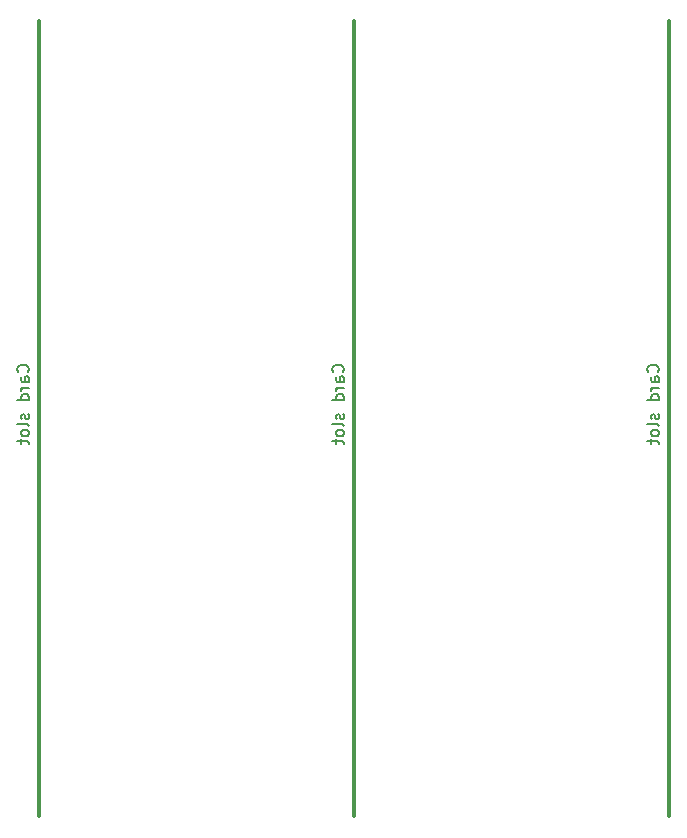
<source format=gbr>
%TF.GenerationSoftware,KiCad,Pcbnew,(6.0.4)*%
%TF.CreationDate,2022-06-04T07:14:15+03:00*%
%TF.ProjectId,TopBottomLateral,546f7042-6f74-4746-9f6d-4c6174657261,rev?*%
%TF.SameCoordinates,Original*%
%TF.FileFunction,Legend,Bot*%
%TF.FilePolarity,Positive*%
%FSLAX46Y46*%
G04 Gerber Fmt 4.6, Leading zero omitted, Abs format (unit mm)*
G04 Created by KiCad (PCBNEW (6.0.4)) date 2022-06-04 07:14:15*
%MOMM*%
%LPD*%
G01*
G04 APERTURE LIST*
%ADD10C,0.304800*%
%ADD11C,0.150000*%
G04 APERTURE END LIST*
D10*
X93345000Y-58420000D02*
X93345000Y-125730000D01*
X66675000Y-58420000D02*
X66675000Y-125730000D01*
X120015000Y-58420000D02*
X120015000Y-125730000D01*
D11*
X119102142Y-88114523D02*
X119149761Y-88066904D01*
X119197380Y-87924047D01*
X119197380Y-87828809D01*
X119149761Y-87685952D01*
X119054523Y-87590714D01*
X118959285Y-87543095D01*
X118768809Y-87495476D01*
X118625952Y-87495476D01*
X118435476Y-87543095D01*
X118340238Y-87590714D01*
X118245000Y-87685952D01*
X118197380Y-87828809D01*
X118197380Y-87924047D01*
X118245000Y-88066904D01*
X118292619Y-88114523D01*
X119197380Y-88971666D02*
X118673571Y-88971666D01*
X118578333Y-88924047D01*
X118530714Y-88828809D01*
X118530714Y-88638333D01*
X118578333Y-88543095D01*
X119149761Y-88971666D02*
X119197380Y-88876428D01*
X119197380Y-88638333D01*
X119149761Y-88543095D01*
X119054523Y-88495476D01*
X118959285Y-88495476D01*
X118864047Y-88543095D01*
X118816428Y-88638333D01*
X118816428Y-88876428D01*
X118768809Y-88971666D01*
X119197380Y-89447857D02*
X118530714Y-89447857D01*
X118721190Y-89447857D02*
X118625952Y-89495476D01*
X118578333Y-89543095D01*
X118530714Y-89638333D01*
X118530714Y-89733571D01*
X119197380Y-90495476D02*
X118197380Y-90495476D01*
X119149761Y-90495476D02*
X119197380Y-90400238D01*
X119197380Y-90209761D01*
X119149761Y-90114523D01*
X119102142Y-90066904D01*
X119006904Y-90019285D01*
X118721190Y-90019285D01*
X118625952Y-90066904D01*
X118578333Y-90114523D01*
X118530714Y-90209761D01*
X118530714Y-90400238D01*
X118578333Y-90495476D01*
X119149761Y-91685952D02*
X119197380Y-91781190D01*
X119197380Y-91971666D01*
X119149761Y-92066904D01*
X119054523Y-92114523D01*
X119006904Y-92114523D01*
X118911666Y-92066904D01*
X118864047Y-91971666D01*
X118864047Y-91828809D01*
X118816428Y-91733571D01*
X118721190Y-91685952D01*
X118673571Y-91685952D01*
X118578333Y-91733571D01*
X118530714Y-91828809D01*
X118530714Y-91971666D01*
X118578333Y-92066904D01*
X119197380Y-92685952D02*
X119149761Y-92590714D01*
X119054523Y-92543095D01*
X118197380Y-92543095D01*
X119197380Y-93209761D02*
X119149761Y-93114523D01*
X119102142Y-93066904D01*
X119006904Y-93019285D01*
X118721190Y-93019285D01*
X118625952Y-93066904D01*
X118578333Y-93114523D01*
X118530714Y-93209761D01*
X118530714Y-93352619D01*
X118578333Y-93447857D01*
X118625952Y-93495476D01*
X118721190Y-93543095D01*
X119006904Y-93543095D01*
X119102142Y-93495476D01*
X119149761Y-93447857D01*
X119197380Y-93352619D01*
X119197380Y-93209761D01*
X118530714Y-93828809D02*
X118530714Y-94209761D01*
X118197380Y-93971666D02*
X119054523Y-93971666D01*
X119149761Y-94019285D01*
X119197380Y-94114523D01*
X119197380Y-94209761D01*
X65762142Y-88114523D02*
X65809761Y-88066904D01*
X65857380Y-87924047D01*
X65857380Y-87828809D01*
X65809761Y-87685952D01*
X65714523Y-87590714D01*
X65619285Y-87543095D01*
X65428809Y-87495476D01*
X65285952Y-87495476D01*
X65095476Y-87543095D01*
X65000238Y-87590714D01*
X64905000Y-87685952D01*
X64857380Y-87828809D01*
X64857380Y-87924047D01*
X64905000Y-88066904D01*
X64952619Y-88114523D01*
X65857380Y-88971666D02*
X65333571Y-88971666D01*
X65238333Y-88924047D01*
X65190714Y-88828809D01*
X65190714Y-88638333D01*
X65238333Y-88543095D01*
X65809761Y-88971666D02*
X65857380Y-88876428D01*
X65857380Y-88638333D01*
X65809761Y-88543095D01*
X65714523Y-88495476D01*
X65619285Y-88495476D01*
X65524047Y-88543095D01*
X65476428Y-88638333D01*
X65476428Y-88876428D01*
X65428809Y-88971666D01*
X65857380Y-89447857D02*
X65190714Y-89447857D01*
X65381190Y-89447857D02*
X65285952Y-89495476D01*
X65238333Y-89543095D01*
X65190714Y-89638333D01*
X65190714Y-89733571D01*
X65857380Y-90495476D02*
X64857380Y-90495476D01*
X65809761Y-90495476D02*
X65857380Y-90400238D01*
X65857380Y-90209761D01*
X65809761Y-90114523D01*
X65762142Y-90066904D01*
X65666904Y-90019285D01*
X65381190Y-90019285D01*
X65285952Y-90066904D01*
X65238333Y-90114523D01*
X65190714Y-90209761D01*
X65190714Y-90400238D01*
X65238333Y-90495476D01*
X65809761Y-91685952D02*
X65857380Y-91781190D01*
X65857380Y-91971666D01*
X65809761Y-92066904D01*
X65714523Y-92114523D01*
X65666904Y-92114523D01*
X65571666Y-92066904D01*
X65524047Y-91971666D01*
X65524047Y-91828809D01*
X65476428Y-91733571D01*
X65381190Y-91685952D01*
X65333571Y-91685952D01*
X65238333Y-91733571D01*
X65190714Y-91828809D01*
X65190714Y-91971666D01*
X65238333Y-92066904D01*
X65857380Y-92685952D02*
X65809761Y-92590714D01*
X65714523Y-92543095D01*
X64857380Y-92543095D01*
X65857380Y-93209761D02*
X65809761Y-93114523D01*
X65762142Y-93066904D01*
X65666904Y-93019285D01*
X65381190Y-93019285D01*
X65285952Y-93066904D01*
X65238333Y-93114523D01*
X65190714Y-93209761D01*
X65190714Y-93352619D01*
X65238333Y-93447857D01*
X65285952Y-93495476D01*
X65381190Y-93543095D01*
X65666904Y-93543095D01*
X65762142Y-93495476D01*
X65809761Y-93447857D01*
X65857380Y-93352619D01*
X65857380Y-93209761D01*
X65190714Y-93828809D02*
X65190714Y-94209761D01*
X64857380Y-93971666D02*
X65714523Y-93971666D01*
X65809761Y-94019285D01*
X65857380Y-94114523D01*
X65857380Y-94209761D01*
X92432142Y-88114523D02*
X92479761Y-88066904D01*
X92527380Y-87924047D01*
X92527380Y-87828809D01*
X92479761Y-87685952D01*
X92384523Y-87590714D01*
X92289285Y-87543095D01*
X92098809Y-87495476D01*
X91955952Y-87495476D01*
X91765476Y-87543095D01*
X91670238Y-87590714D01*
X91575000Y-87685952D01*
X91527380Y-87828809D01*
X91527380Y-87924047D01*
X91575000Y-88066904D01*
X91622619Y-88114523D01*
X92527380Y-88971666D02*
X92003571Y-88971666D01*
X91908333Y-88924047D01*
X91860714Y-88828809D01*
X91860714Y-88638333D01*
X91908333Y-88543095D01*
X92479761Y-88971666D02*
X92527380Y-88876428D01*
X92527380Y-88638333D01*
X92479761Y-88543095D01*
X92384523Y-88495476D01*
X92289285Y-88495476D01*
X92194047Y-88543095D01*
X92146428Y-88638333D01*
X92146428Y-88876428D01*
X92098809Y-88971666D01*
X92527380Y-89447857D02*
X91860714Y-89447857D01*
X92051190Y-89447857D02*
X91955952Y-89495476D01*
X91908333Y-89543095D01*
X91860714Y-89638333D01*
X91860714Y-89733571D01*
X92527380Y-90495476D02*
X91527380Y-90495476D01*
X92479761Y-90495476D02*
X92527380Y-90400238D01*
X92527380Y-90209761D01*
X92479761Y-90114523D01*
X92432142Y-90066904D01*
X92336904Y-90019285D01*
X92051190Y-90019285D01*
X91955952Y-90066904D01*
X91908333Y-90114523D01*
X91860714Y-90209761D01*
X91860714Y-90400238D01*
X91908333Y-90495476D01*
X92479761Y-91685952D02*
X92527380Y-91781190D01*
X92527380Y-91971666D01*
X92479761Y-92066904D01*
X92384523Y-92114523D01*
X92336904Y-92114523D01*
X92241666Y-92066904D01*
X92194047Y-91971666D01*
X92194047Y-91828809D01*
X92146428Y-91733571D01*
X92051190Y-91685952D01*
X92003571Y-91685952D01*
X91908333Y-91733571D01*
X91860714Y-91828809D01*
X91860714Y-91971666D01*
X91908333Y-92066904D01*
X92527380Y-92685952D02*
X92479761Y-92590714D01*
X92384523Y-92543095D01*
X91527380Y-92543095D01*
X92527380Y-93209761D02*
X92479761Y-93114523D01*
X92432142Y-93066904D01*
X92336904Y-93019285D01*
X92051190Y-93019285D01*
X91955952Y-93066904D01*
X91908333Y-93114523D01*
X91860714Y-93209761D01*
X91860714Y-93352619D01*
X91908333Y-93447857D01*
X91955952Y-93495476D01*
X92051190Y-93543095D01*
X92336904Y-93543095D01*
X92432142Y-93495476D01*
X92479761Y-93447857D01*
X92527380Y-93352619D01*
X92527380Y-93209761D01*
X91860714Y-93828809D02*
X91860714Y-94209761D01*
X91527380Y-93971666D02*
X92384523Y-93971666D01*
X92479761Y-94019285D01*
X92527380Y-94114523D01*
X92527380Y-94209761D01*
M02*

</source>
